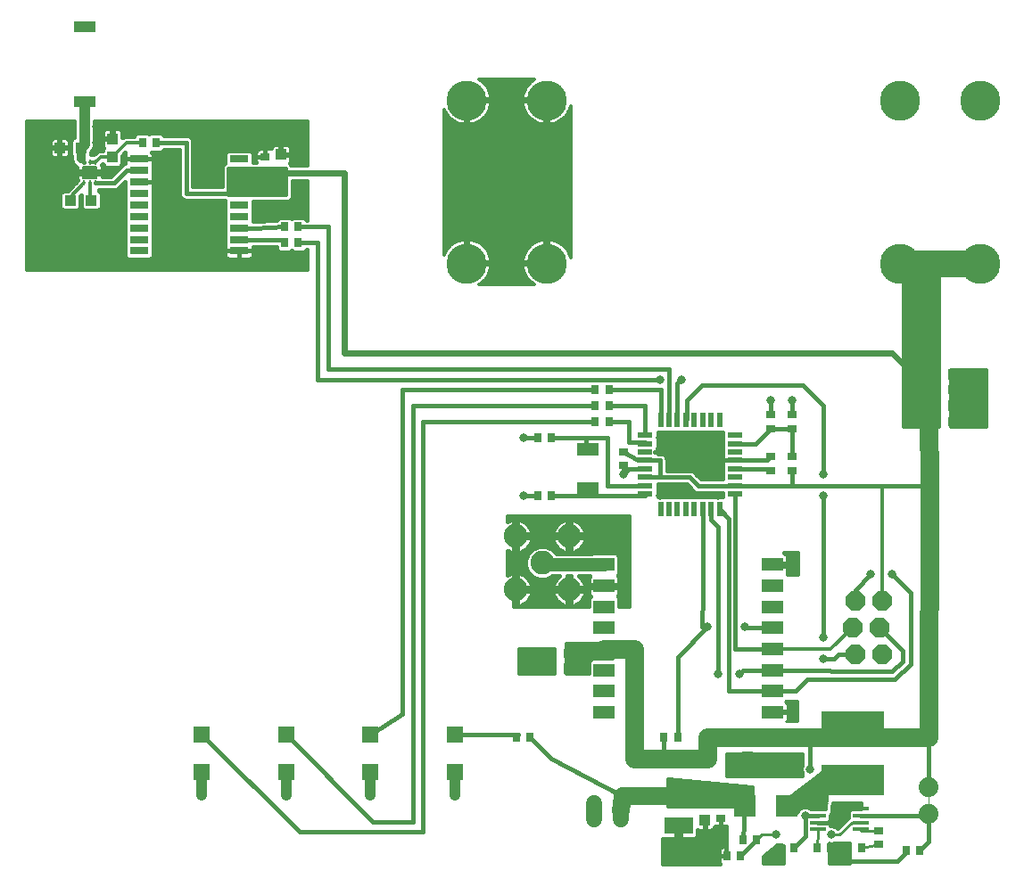
<source format=gtl>
G75*
%MOIN*%
%OFA0B0*%
%FSLAX24Y24*%
%IPPOS*%
%LPD*%
%AMOC8*
5,1,8,0,0,1.08239X$1,22.5*
%
%ADD10R,0.0580X0.0200*%
%ADD11R,0.0200X0.0580*%
%ADD12R,0.0787X0.0394*%
%ADD13R,0.0787X0.0512*%
%ADD14R,0.0709X0.0315*%
%ADD15R,0.0709X0.0276*%
%ADD16C,0.0886*%
%ADD17R,0.0591X0.0591*%
%ADD18R,0.0354X0.0276*%
%ADD19R,0.0276X0.0354*%
%ADD20R,0.0394X0.0394*%
%ADD21R,0.0394X0.0433*%
%ADD22R,0.0433X0.0394*%
%ADD23R,0.1063X0.0630*%
%ADD24C,0.0600*%
%ADD25C,0.1500*%
%ADD26OC8,0.0740*%
%ADD27R,0.0600X0.0180*%
%ADD28R,0.0787X0.0787*%
%ADD29R,0.0110X0.0197*%
%ADD30C,0.0050*%
%ADD31C,0.0740*%
%ADD32R,0.2362X0.1181*%
%ADD33C,0.0160*%
%ADD34C,0.0317*%
%ADD35C,0.0400*%
%ADD36C,0.0100*%
%ADD37C,0.0120*%
%ADD38C,0.1000*%
%ADD39C,0.0240*%
%ADD40C,0.0700*%
%ADD41C,0.0039*%
%ADD42C,0.0500*%
%ADD43C,0.0660*%
%ADD44C,0.0320*%
D10*
X023837Y014269D03*
X023837Y014579D03*
X023837Y014899D03*
X023837Y015209D03*
X023837Y015529D03*
X023837Y015839D03*
X023837Y016159D03*
X023837Y016469D03*
X027177Y016469D03*
X027177Y016159D03*
X027177Y015839D03*
X027177Y015529D03*
X027177Y015209D03*
X027177Y014899D03*
X027177Y014579D03*
X027177Y014269D03*
D11*
X026607Y013699D03*
X026297Y013699D03*
X025977Y013699D03*
X025667Y013699D03*
X025347Y013699D03*
X025037Y013699D03*
X024717Y013699D03*
X024407Y013699D03*
X024407Y017039D03*
X024717Y017039D03*
X025037Y017039D03*
X025347Y017039D03*
X025667Y017039D03*
X025977Y017039D03*
X026297Y017039D03*
X026607Y017039D03*
D12*
X002873Y028961D03*
X002873Y031757D03*
D13*
X021676Y015959D03*
X021676Y014463D03*
X022298Y011629D03*
X022298Y010841D03*
X022298Y010054D03*
X022298Y009267D03*
X022298Y008479D03*
X022298Y007692D03*
X022298Y006904D03*
X022298Y006117D03*
X028597Y006117D03*
X028597Y006904D03*
X028597Y007692D03*
X028597Y008479D03*
X028597Y009267D03*
X028597Y010054D03*
X028597Y010841D03*
X028597Y011629D03*
D14*
X008652Y023786D03*
X008652Y024219D03*
X008652Y024652D03*
X008652Y025085D03*
X008652Y025519D03*
X008652Y025952D03*
X008652Y026385D03*
X004912Y026385D03*
X004912Y025952D03*
X004912Y025519D03*
X004912Y025085D03*
X004912Y024652D03*
X004912Y024219D03*
X004912Y023786D03*
D15*
X004912Y023373D03*
X008652Y023373D03*
X008652Y026798D03*
X004912Y026798D03*
D16*
X018991Y012700D03*
X019991Y011700D03*
X020991Y012700D03*
X020991Y010700D03*
X018991Y010700D03*
D17*
X016715Y005270D03*
X016715Y003893D03*
X013566Y003893D03*
X013566Y005270D03*
X010416Y005270D03*
X010416Y003893D03*
X007267Y003893D03*
X007267Y005270D03*
D18*
X023015Y015349D03*
X023015Y015861D03*
X028526Y015664D03*
X028526Y015152D03*
X029314Y015152D03*
X029314Y015664D03*
X029314Y016727D03*
X029314Y017239D03*
X028526Y017239D03*
X028526Y016727D03*
X026656Y002672D03*
X026656Y002160D03*
X032562Y001688D03*
X032562Y001176D03*
X009629Y026373D03*
X009629Y026885D03*
D19*
X010357Y024267D03*
X010869Y024267D03*
X010869Y023676D03*
X010357Y023676D03*
X005554Y027416D03*
X005042Y027416D03*
X019806Y016393D03*
X020318Y016393D03*
X021971Y016983D03*
X022483Y016983D03*
X022483Y017574D03*
X021971Y017574D03*
X021971Y018164D03*
X022483Y018164D03*
X020318Y014227D03*
X019806Y014227D03*
X020397Y008322D03*
X020908Y008322D03*
X019530Y005172D03*
X019019Y005172D03*
X024530Y005172D03*
X025042Y005172D03*
X027483Y001333D03*
X027995Y001333D03*
X027404Y000743D03*
X026893Y000743D03*
X028861Y001038D03*
X029373Y001038D03*
X030239Y001038D03*
X030751Y001038D03*
X031420Y001038D03*
X031932Y001038D03*
X033586Y000940D03*
X034097Y000940D03*
X034767Y016983D03*
X035278Y016983D03*
X035278Y018164D03*
X034767Y018164D03*
D20*
X003133Y025251D03*
X002345Y025251D03*
X001952Y027219D03*
X002739Y027219D03*
D21*
X003920Y026885D03*
X003920Y027554D03*
X010219Y026963D03*
X010219Y026294D03*
X027641Y005113D03*
X027641Y004444D03*
X026066Y002751D03*
X026066Y002081D03*
D22*
X020987Y007731D03*
X020318Y007731D03*
X034688Y017574D03*
X035357Y017574D03*
X035357Y018755D03*
X034688Y018755D03*
D23*
X029117Y005133D03*
X029117Y004030D03*
X025082Y002967D03*
X025082Y001865D03*
D24*
X022924Y002116D02*
X022924Y002716D01*
X021924Y002716D02*
X021924Y002116D01*
D25*
X020160Y022889D03*
X017168Y022889D03*
X017168Y028991D03*
X020160Y028991D03*
X033349Y028991D03*
X036341Y028991D03*
X036341Y022889D03*
X033349Y022889D03*
D26*
X032676Y010290D03*
X031676Y010290D03*
X031576Y009290D03*
X032576Y009290D03*
X032676Y008290D03*
X031676Y008290D03*
D27*
X031886Y002501D03*
X031886Y002251D03*
X031886Y001991D03*
X031886Y001741D03*
X030286Y001741D03*
X030286Y001991D03*
X030286Y002251D03*
X030286Y002501D03*
D28*
X029117Y002613D03*
X027542Y002613D03*
D29*
X003290Y025900D03*
X003074Y025900D03*
X002857Y025900D03*
X002857Y026688D03*
X003074Y026688D03*
X003290Y026688D03*
D30*
X002810Y026521D02*
X002810Y026067D01*
X002810Y026521D02*
X003338Y026521D01*
X003338Y026067D01*
X002810Y026067D01*
X002810Y026116D02*
X003338Y026116D01*
X003338Y026165D02*
X002810Y026165D01*
X002810Y026214D02*
X003338Y026214D01*
X003338Y026263D02*
X002810Y026263D01*
X002810Y026312D02*
X003338Y026312D01*
X003338Y026361D02*
X002810Y026361D01*
X002810Y026410D02*
X003338Y026410D01*
X003338Y026459D02*
X002810Y026459D01*
X002810Y026508D02*
X003338Y026508D01*
D31*
X034432Y003318D03*
X034432Y002318D03*
D32*
X031578Y003581D03*
X031578Y005581D03*
D33*
X030003Y005172D02*
X030003Y003991D01*
X030841Y002711D02*
X031873Y002711D01*
X031873Y002521D01*
X031511Y002521D01*
X031406Y002415D01*
X031406Y002176D01*
X031015Y001785D01*
X030982Y001817D01*
X030858Y001869D01*
X030766Y001869D01*
X030766Y001905D01*
X030675Y001996D01*
X030766Y002086D01*
X030766Y002261D01*
X030817Y002308D01*
X030818Y002323D01*
X030829Y002335D01*
X030824Y002416D01*
X030841Y002711D01*
X030836Y002628D02*
X031873Y002628D01*
X031886Y002501D02*
X031282Y002501D01*
X031282Y002318D01*
X031406Y002311D02*
X030818Y002311D01*
X030827Y002470D02*
X031460Y002470D01*
X031383Y002153D02*
X030766Y002153D01*
X030677Y001994D02*
X031224Y001994D01*
X031066Y001836D02*
X030937Y001836D01*
X030889Y001924D02*
X030889Y001991D01*
X030286Y001991D01*
X030286Y002251D02*
X029806Y002251D01*
X029806Y001471D01*
X029373Y001038D01*
X027995Y001333D02*
X027404Y000743D01*
X026893Y000743D02*
X026814Y001294D01*
X026853Y001629D01*
X026853Y001677D02*
X025793Y001677D01*
X025799Y001697D02*
X025845Y001685D01*
X026047Y001685D01*
X026047Y002022D01*
X026084Y002022D01*
X026084Y001685D01*
X026286Y001685D01*
X026332Y001697D01*
X026373Y001721D01*
X026407Y001754D01*
X026430Y001795D01*
X026443Y001841D01*
X026443Y001846D01*
X026456Y001842D01*
X026656Y001842D01*
X026656Y002022D01*
X026656Y002022D01*
X026656Y001842D01*
X026853Y001842D01*
X026853Y001100D01*
X026731Y001100D01*
X026685Y001088D01*
X026644Y001064D01*
X026611Y001031D01*
X026587Y000990D01*
X026575Y000944D01*
X026575Y000743D01*
X026853Y000743D01*
X026853Y000743D01*
X026575Y000743D01*
X026575Y000542D01*
X026587Y000496D01*
X026611Y000455D01*
X026618Y000448D01*
X024491Y000448D01*
X024491Y001379D01*
X024526Y001370D01*
X025004Y001370D01*
X025004Y001787D01*
X025159Y001787D01*
X025159Y001370D01*
X025637Y001370D01*
X025683Y001382D01*
X025724Y001406D01*
X025757Y001439D01*
X025781Y001481D01*
X025793Y001526D01*
X025793Y001701D01*
X025799Y001697D01*
X025791Y001519D02*
X026853Y001519D01*
X026853Y001360D02*
X024491Y001360D01*
X024491Y001202D02*
X026853Y001202D01*
X026623Y001043D02*
X024491Y001043D01*
X024491Y000885D02*
X026575Y000885D01*
X026575Y000726D02*
X024491Y000726D01*
X024491Y000568D02*
X026575Y000568D01*
X027483Y001333D02*
X027542Y002613D01*
X027837Y002613D02*
X024688Y002613D01*
X024688Y003597D01*
X027837Y003302D01*
X027837Y002613D01*
X027837Y002628D02*
X024688Y002628D01*
X024688Y002787D02*
X027837Y002787D01*
X027837Y002945D02*
X024688Y002945D01*
X024688Y003104D02*
X027837Y003104D01*
X027837Y003262D02*
X024688Y003262D01*
X024688Y003421D02*
X026570Y003421D01*
X026656Y001994D02*
X026656Y001994D01*
X026853Y001836D02*
X026441Y001836D01*
X026084Y001836D02*
X026047Y001836D01*
X026047Y001994D02*
X026084Y001994D01*
X025159Y001677D02*
X025004Y001677D01*
X025004Y001519D02*
X025159Y001519D01*
X022983Y002967D02*
X020326Y004377D01*
X019530Y005172D01*
X019078Y005270D02*
X016715Y005270D01*
X014747Y006058D02*
X014747Y018164D01*
X021971Y018164D01*
X022483Y018164D02*
X024407Y018164D01*
X024407Y017039D01*
X024717Y017039D02*
X024717Y018952D01*
X011991Y018952D01*
X011991Y024267D01*
X010869Y024267D01*
X011178Y024527D02*
X011081Y024624D01*
X010657Y024624D01*
X010613Y024580D01*
X010570Y024624D01*
X010145Y024624D01*
X010039Y024518D01*
X010039Y024514D01*
X009218Y024479D01*
X009187Y024479D01*
X009187Y025208D01*
X010464Y025208D01*
X010552Y025244D01*
X010620Y025312D01*
X010656Y025400D01*
X010656Y025994D01*
X011204Y025994D01*
X011204Y024527D01*
X011178Y024527D01*
X011204Y024660D02*
X009187Y024660D01*
X009187Y024818D02*
X011204Y024818D01*
X011204Y024977D02*
X009187Y024977D01*
X009187Y025135D02*
X011204Y025135D01*
X011204Y025294D02*
X010602Y025294D01*
X010656Y025452D02*
X011204Y025452D01*
X011204Y025611D02*
X010656Y025611D01*
X010656Y025769D02*
X011204Y025769D01*
X011204Y025928D02*
X010656Y025928D01*
X010593Y026594D02*
X010556Y026632D01*
X010560Y026636D01*
X010584Y026677D01*
X010596Y026723D01*
X010596Y026945D01*
X010238Y026945D01*
X010238Y026982D01*
X010201Y026982D01*
X010201Y027360D01*
X009999Y027360D01*
X009953Y027348D01*
X009912Y027324D01*
X009878Y027290D01*
X009855Y027249D01*
X009843Y027204D01*
X009843Y027199D01*
X009830Y027202D01*
X009629Y027202D01*
X009629Y026885D01*
X009629Y026885D01*
X009629Y027202D01*
X009428Y027202D01*
X009382Y027190D01*
X009341Y027166D01*
X009308Y027133D01*
X009284Y027092D01*
X009272Y027046D01*
X009272Y026885D01*
X009629Y026885D01*
X009629Y026885D01*
X009272Y026885D01*
X009272Y026723D01*
X009284Y026677D01*
X009287Y026672D01*
X009187Y026672D01*
X009187Y027010D01*
X009081Y027116D01*
X008224Y027116D01*
X008118Y027010D01*
X008118Y026637D01*
X008115Y026635D01*
X008047Y026568D01*
X008011Y026480D01*
X008011Y025779D01*
X006936Y025779D01*
X006936Y027468D01*
X006896Y027563D01*
X006823Y027637D01*
X006728Y027676D01*
X005864Y027676D01*
X005766Y027773D01*
X005342Y027773D01*
X005298Y027730D01*
X005255Y027773D01*
X004830Y027773D01*
X004724Y027668D01*
X004724Y027656D01*
X004404Y027656D01*
X004316Y027620D01*
X004297Y027601D01*
X004297Y027794D01*
X004285Y027840D01*
X004261Y027881D01*
X004228Y027915D01*
X004186Y027938D01*
X004141Y027950D01*
X003939Y027950D01*
X003939Y027572D01*
X003902Y027572D01*
X003902Y027536D01*
X003543Y027536D01*
X003543Y027314D01*
X003556Y027268D01*
X003579Y027227D01*
X003587Y027219D01*
X003543Y027176D01*
X003543Y027125D01*
X003439Y027125D01*
X003351Y027088D01*
X003284Y027021D01*
X003229Y026966D01*
X003116Y026966D01*
X003116Y027059D01*
X003195Y027138D01*
X003253Y027278D01*
X003253Y028204D01*
X011204Y028204D01*
X011204Y026594D01*
X010593Y026594D01*
X010595Y026720D02*
X011204Y026720D01*
X011204Y026879D02*
X010596Y026879D01*
X010596Y026982D02*
X010596Y027204D01*
X010584Y027249D01*
X010560Y027290D01*
X010527Y027324D01*
X010486Y027348D01*
X010440Y027360D01*
X010238Y027360D01*
X010238Y026982D01*
X010596Y026982D01*
X010596Y027037D02*
X011204Y027037D01*
X011204Y027196D02*
X010596Y027196D01*
X010461Y027354D02*
X011204Y027354D01*
X011204Y027513D02*
X006917Y027513D01*
X006936Y027354D02*
X009978Y027354D01*
X010201Y027354D02*
X010238Y027354D01*
X010238Y027196D02*
X010201Y027196D01*
X010201Y027037D02*
X010238Y027037D01*
X009629Y027037D02*
X009629Y027037D01*
X009629Y027196D02*
X009629Y027196D01*
X009403Y027196D02*
X006936Y027196D01*
X006936Y027037D02*
X008145Y027037D01*
X008118Y026879D02*
X006936Y026879D01*
X006936Y026720D02*
X008118Y026720D01*
X008045Y026562D02*
X006936Y026562D01*
X006936Y026403D02*
X008011Y026403D01*
X008011Y026245D02*
X006936Y026245D01*
X006936Y026086D02*
X008011Y026086D01*
X008011Y025928D02*
X006936Y025928D01*
X006416Y025928D02*
X005447Y025928D01*
X005447Y025952D02*
X004912Y025952D01*
X005447Y025952D01*
X005447Y026133D01*
X005442Y026148D01*
X005447Y026153D01*
X005447Y026617D01*
X005442Y026621D01*
X005447Y026637D01*
X005447Y026798D01*
X005447Y026960D01*
X005434Y027005D01*
X005411Y027046D01*
X005398Y027059D01*
X005766Y027059D01*
X005864Y027156D01*
X006416Y027156D01*
X006416Y025467D01*
X006456Y025371D01*
X006529Y025298D01*
X006624Y025259D01*
X008101Y025259D01*
X008115Y025244D01*
X008118Y025243D01*
X008118Y023554D01*
X008122Y023550D01*
X008118Y023534D01*
X008118Y023373D01*
X008652Y023373D01*
X008652Y023373D01*
X008118Y023373D01*
X008118Y023211D01*
X008130Y023166D01*
X008154Y023125D01*
X008188Y023091D01*
X008229Y023067D01*
X008274Y023055D01*
X008652Y023055D01*
X008652Y023373D01*
X008652Y023373D01*
X009187Y023373D01*
X009187Y023526D01*
X010039Y023526D01*
X010039Y023424D01*
X010145Y023319D01*
X010570Y023319D01*
X010613Y023362D01*
X010657Y023319D01*
X011081Y023319D01*
X011178Y023416D01*
X011204Y023416D01*
X011204Y022692D01*
X000714Y022692D01*
X000714Y028204D01*
X002493Y028204D01*
X002493Y027596D01*
X002468Y027596D01*
X002362Y027491D01*
X002362Y027302D01*
X002359Y027295D01*
X002359Y027144D01*
X002362Y027136D01*
X002362Y026948D01*
X002399Y026911D01*
X002399Y026738D01*
X002451Y026613D01*
X002546Y026518D01*
X002604Y026494D01*
X002604Y026340D01*
X003028Y026340D01*
X003028Y026248D01*
X002604Y026248D01*
X002604Y026040D01*
X002616Y025998D01*
X002245Y025628D01*
X002074Y025628D01*
X001969Y025522D01*
X001969Y024979D01*
X002074Y024874D01*
X002617Y024874D01*
X002722Y024979D01*
X002722Y025426D01*
X002756Y025460D01*
X002756Y024979D01*
X002861Y024874D01*
X003404Y024874D01*
X003510Y024979D01*
X003510Y025522D01*
X003410Y025622D01*
X003420Y025622D01*
X003438Y025640D01*
X004031Y025640D01*
X004126Y025680D01*
X004378Y025931D01*
X004378Y025770D01*
X004382Y025755D01*
X004378Y025751D01*
X004378Y023160D01*
X004483Y023055D01*
X005341Y023055D01*
X005447Y023160D01*
X005447Y025751D01*
X005442Y025755D01*
X005447Y025770D01*
X005447Y025952D01*
X005447Y026086D02*
X006416Y026086D01*
X006416Y026245D02*
X005447Y026245D01*
X005447Y026403D02*
X006416Y026403D01*
X006416Y026562D02*
X005447Y026562D01*
X005447Y026720D02*
X006416Y026720D01*
X006416Y026879D02*
X005447Y026879D01*
X005447Y026798D02*
X004912Y026798D01*
X004378Y026798D01*
X004378Y026637D01*
X004379Y026631D01*
X004316Y026605D01*
X004243Y026532D01*
X003872Y026160D01*
X003543Y026160D01*
X003543Y026248D01*
X003120Y026248D01*
X003120Y026340D01*
X003543Y026340D01*
X003543Y026548D01*
X003532Y026590D01*
X003543Y026601D01*
X003543Y026594D01*
X003649Y026488D01*
X004192Y026488D01*
X004297Y026594D01*
X004297Y026922D01*
X004404Y027029D01*
X004390Y027005D01*
X004378Y026960D01*
X004378Y026798D01*
X004912Y026798D01*
X004912Y026798D01*
X004912Y026798D01*
X005447Y026798D01*
X005416Y027037D02*
X006416Y027037D01*
X006676Y027416D02*
X005554Y027416D01*
X004728Y027671D02*
X004297Y027671D01*
X004287Y027830D02*
X011204Y027830D01*
X011204Y027988D02*
X003253Y027988D01*
X003253Y027830D02*
X003553Y027830D01*
X003556Y027840D02*
X003543Y027794D01*
X003543Y027572D01*
X003902Y027572D01*
X003902Y027950D01*
X003700Y027950D01*
X003654Y027938D01*
X003613Y027915D01*
X003579Y027881D01*
X003556Y027840D01*
X003543Y027671D02*
X003253Y027671D01*
X003253Y027513D02*
X003543Y027513D01*
X003543Y027354D02*
X003253Y027354D01*
X003219Y027196D02*
X003563Y027196D01*
X003300Y027037D02*
X003116Y027037D01*
X002857Y026688D02*
X002739Y026806D01*
X002502Y026562D02*
X000714Y026562D01*
X000714Y026720D02*
X002406Y026720D01*
X002399Y026879D02*
X002259Y026879D01*
X002259Y026878D02*
X002293Y026912D01*
X002316Y026953D01*
X002329Y026999D01*
X002329Y027201D01*
X001970Y027201D01*
X001970Y027238D01*
X001933Y027238D01*
X001933Y027596D01*
X001731Y027596D01*
X001685Y027584D01*
X001644Y027560D01*
X001611Y027527D01*
X001587Y027486D01*
X001575Y027440D01*
X001575Y027238D01*
X001933Y027238D01*
X001933Y027201D01*
X001575Y027201D01*
X001575Y026999D01*
X001587Y026953D01*
X001611Y026912D01*
X001644Y026878D01*
X001685Y026855D01*
X001731Y026842D01*
X001933Y026842D01*
X001933Y027201D01*
X001970Y027201D01*
X001970Y026842D01*
X002172Y026842D01*
X002218Y026855D01*
X002259Y026878D01*
X002329Y027037D02*
X002362Y027037D01*
X002359Y027196D02*
X002329Y027196D01*
X002329Y027238D02*
X002329Y027440D01*
X002316Y027486D01*
X002293Y027527D01*
X002259Y027560D01*
X002218Y027584D01*
X002172Y027596D01*
X001970Y027596D01*
X001970Y027238D01*
X002329Y027238D01*
X002329Y027354D02*
X002362Y027354D01*
X002384Y027513D02*
X002301Y027513D01*
X002493Y027671D02*
X000714Y027671D01*
X000714Y027513D02*
X001603Y027513D01*
X001575Y027354D02*
X000714Y027354D01*
X000714Y027196D02*
X001575Y027196D01*
X001575Y027037D02*
X000714Y027037D01*
X000714Y026879D02*
X001644Y026879D01*
X001933Y026879D02*
X001970Y026879D01*
X001970Y027037D02*
X001933Y027037D01*
X001933Y027196D02*
X001970Y027196D01*
X001970Y027354D02*
X001933Y027354D01*
X001933Y027513D02*
X001970Y027513D01*
X002493Y027830D02*
X000714Y027830D01*
X000714Y027988D02*
X002493Y027988D01*
X002493Y028147D02*
X000714Y028147D01*
X000714Y026403D02*
X002604Y026403D01*
X002604Y026245D02*
X000714Y026245D01*
X000714Y026086D02*
X002604Y026086D01*
X002545Y025928D02*
X000714Y025928D01*
X000714Y025769D02*
X002387Y025769D01*
X002057Y025611D02*
X000714Y025611D01*
X000714Y025452D02*
X001969Y025452D01*
X001969Y025294D02*
X000714Y025294D01*
X000714Y025135D02*
X001969Y025135D01*
X001971Y024977D02*
X000714Y024977D01*
X000714Y024818D02*
X004378Y024818D01*
X004378Y024660D02*
X000714Y024660D01*
X000714Y024501D02*
X004378Y024501D01*
X004378Y024343D02*
X000714Y024343D01*
X000714Y024184D02*
X004378Y024184D01*
X004378Y024026D02*
X000714Y024026D01*
X000714Y023867D02*
X004378Y023867D01*
X004378Y023709D02*
X000714Y023709D01*
X000714Y023550D02*
X004378Y023550D01*
X004378Y023392D02*
X000714Y023392D01*
X000714Y023233D02*
X004378Y023233D01*
X004464Y023075D02*
X000714Y023075D01*
X000714Y022916D02*
X011204Y022916D01*
X011204Y022758D02*
X000714Y022758D01*
X002720Y024977D02*
X002758Y024977D01*
X002756Y025135D02*
X002722Y025135D01*
X002722Y025294D02*
X002756Y025294D01*
X002749Y025452D02*
X002756Y025452D01*
X003421Y025611D02*
X004378Y025611D01*
X004378Y025769D02*
X004216Y025769D01*
X004374Y025928D02*
X004378Y025928D01*
X003979Y025900D02*
X004463Y026385D01*
X004912Y026385D01*
X004912Y025952D02*
X004912Y025952D01*
X005446Y025769D02*
X006416Y025769D01*
X006416Y025611D02*
X005447Y025611D01*
X005447Y025452D02*
X006422Y025452D01*
X006539Y025294D02*
X005447Y025294D01*
X005447Y025135D02*
X008118Y025135D01*
X008118Y024977D02*
X005447Y024977D01*
X005447Y024818D02*
X008118Y024818D01*
X008118Y024660D02*
X005447Y024660D01*
X005447Y024501D02*
X008118Y024501D01*
X008118Y024343D02*
X005447Y024343D01*
X005447Y024184D02*
X008118Y024184D01*
X008118Y024026D02*
X005447Y024026D01*
X005447Y023867D02*
X008118Y023867D01*
X008118Y023709D02*
X005447Y023709D01*
X005447Y023550D02*
X008122Y023550D01*
X008118Y023392D02*
X005447Y023392D01*
X005447Y023233D02*
X008118Y023233D01*
X008216Y023075D02*
X005361Y023075D01*
X004378Y024977D02*
X003507Y024977D01*
X003510Y025135D02*
X004378Y025135D01*
X004378Y025294D02*
X003510Y025294D01*
X003510Y025452D02*
X004378Y025452D01*
X003979Y025900D02*
X003290Y025900D01*
X003543Y026245D02*
X003956Y026245D01*
X004114Y026403D02*
X003543Y026403D01*
X003539Y026562D02*
X003575Y026562D01*
X004265Y026562D02*
X004273Y026562D01*
X004297Y026720D02*
X004378Y026720D01*
X004378Y026879D02*
X004297Y026879D01*
X003939Y027671D02*
X003902Y027671D01*
X003902Y027830D02*
X003939Y027830D01*
X003253Y028147D02*
X011204Y028147D01*
X011204Y027671D02*
X006739Y027671D01*
X006676Y027416D02*
X006676Y025519D01*
X008652Y025519D01*
X009187Y024501D02*
X009747Y024501D01*
X009223Y024219D02*
X010357Y024267D01*
X010247Y023786D02*
X010357Y023676D01*
X010247Y023786D02*
X008652Y023786D01*
X008652Y023373D02*
X008652Y023373D01*
X008652Y023055D01*
X009030Y023055D01*
X009076Y023067D01*
X009117Y023091D01*
X009151Y023125D01*
X009175Y023166D01*
X009187Y023211D01*
X009187Y023373D01*
X008652Y023373D01*
X008652Y023233D02*
X008652Y023233D01*
X008652Y023075D02*
X008652Y023075D01*
X009089Y023075D02*
X011204Y023075D01*
X011204Y023233D02*
X009187Y023233D01*
X009187Y023392D02*
X010072Y023392D01*
X010869Y023676D02*
X011597Y023676D01*
X011597Y018558D01*
X024393Y018558D01*
X025037Y018415D02*
X025180Y018558D01*
X025037Y018415D02*
X025037Y017039D01*
X025347Y017039D02*
X025377Y017069D01*
X025377Y017770D01*
X025967Y018361D01*
X029708Y018361D01*
X030495Y017574D01*
X030495Y015015D01*
X030495Y014227D02*
X030495Y008912D01*
X030495Y008125D02*
X030889Y008125D01*
X031054Y008290D01*
X031676Y008290D01*
X030790Y007633D02*
X033054Y007633D01*
X033448Y008026D01*
X033448Y008419D01*
X032576Y009290D01*
X031676Y010290D02*
X031676Y010684D01*
X032267Y011274D01*
X033054Y011274D02*
X033743Y010585D01*
X033743Y007928D01*
X033152Y007337D01*
X029904Y007337D01*
X029471Y006904D01*
X028597Y006904D01*
X026952Y006904D01*
X026952Y013354D01*
X026607Y013699D01*
X026297Y013699D02*
X026297Y013307D01*
X026558Y013046D01*
X026558Y007534D01*
X027345Y007534D02*
X027503Y007692D01*
X028597Y007692D01*
X030731Y007692D01*
X030790Y007633D01*
X028597Y008479D02*
X027177Y008479D01*
X027177Y014269D01*
X027177Y014579D02*
X025813Y014579D01*
X025493Y014899D01*
X023837Y014899D01*
X024393Y014899D01*
X024393Y015529D01*
X023837Y015529D01*
X023544Y015529D01*
X023015Y015861D01*
X023211Y016196D02*
X023837Y016196D01*
X023837Y016159D01*
X023837Y016469D02*
X023837Y017574D01*
X022483Y017574D01*
X021971Y017574D02*
X015141Y017574D01*
X015141Y002022D01*
X013664Y002022D01*
X010416Y005270D01*
X007267Y005270D02*
X010908Y001629D01*
X015534Y001629D01*
X015534Y016983D01*
X021971Y016983D01*
X022483Y016983D02*
X023211Y016983D01*
X023211Y016196D01*
X022424Y016393D02*
X022424Y014579D01*
X023837Y014579D01*
X023837Y014269D02*
X023837Y014227D01*
X021637Y014227D01*
X021637Y014424D01*
X021676Y014463D01*
X021637Y014227D02*
X020318Y014227D01*
X019806Y014227D02*
X019274Y014227D01*
X019137Y013307D02*
X019059Y013320D01*
X019059Y012767D01*
X019611Y012767D01*
X019599Y012845D01*
X019568Y012939D01*
X019524Y013026D01*
X019466Y013105D01*
X019397Y013175D01*
X019318Y013232D01*
X019230Y013277D01*
X019137Y013307D01*
X019059Y013248D02*
X018923Y013248D01*
X018923Y013320D02*
X018923Y012767D01*
X018923Y012632D01*
X018684Y012632D01*
X018684Y012767D01*
X018923Y012767D01*
X019059Y012767D01*
X019059Y012632D01*
X019611Y012632D01*
X019599Y012554D01*
X019568Y012460D01*
X019524Y012373D01*
X019466Y012294D01*
X019397Y012224D01*
X019318Y012167D01*
X019230Y012122D01*
X019137Y012092D01*
X019059Y012080D01*
X019059Y012632D01*
X018923Y012632D01*
X018923Y012080D01*
X018845Y012092D01*
X018752Y012122D01*
X018684Y012157D01*
X018684Y011242D01*
X018752Y011277D01*
X018845Y011307D01*
X018923Y011320D01*
X018923Y010767D01*
X018923Y010632D01*
X018684Y010632D01*
X018684Y010767D01*
X018923Y010767D01*
X019059Y010767D01*
X019611Y010767D01*
X019599Y010845D01*
X019568Y010939D01*
X019524Y011026D01*
X019466Y011105D01*
X019397Y011175D01*
X019318Y011232D01*
X019230Y011277D01*
X019137Y011307D01*
X019059Y011320D01*
X019059Y010767D01*
X019059Y010632D01*
X019611Y010632D01*
X019599Y010554D01*
X019568Y010460D01*
X019524Y010373D01*
X019466Y010294D01*
X019397Y010224D01*
X019318Y010167D01*
X019230Y010122D01*
X019141Y010093D01*
X020841Y010093D01*
X020752Y010122D01*
X020665Y010167D01*
X020585Y010224D01*
X020516Y010294D01*
X020458Y010373D01*
X020414Y010460D01*
X020383Y010554D01*
X020371Y010632D01*
X020923Y010632D01*
X020923Y010767D01*
X020371Y010767D01*
X020383Y010845D01*
X020414Y010939D01*
X020458Y011026D01*
X020516Y011105D01*
X020585Y011175D01*
X020618Y011199D01*
X020371Y011199D01*
X020344Y011172D01*
X020115Y011077D01*
X019867Y011077D01*
X019638Y011172D01*
X019463Y011347D01*
X019368Y011576D01*
X019368Y011824D01*
X019463Y012052D01*
X019638Y012228D01*
X019867Y012323D01*
X020115Y012323D01*
X020344Y012228D01*
X020513Y012059D01*
X021824Y012059D01*
X021830Y012065D01*
X022766Y012065D01*
X022872Y011959D01*
X022872Y011298D01*
X022809Y011235D01*
X022836Y011208D01*
X022860Y011167D01*
X022872Y011121D01*
X022872Y010889D01*
X022346Y010889D01*
X022346Y010793D01*
X022872Y010793D01*
X022872Y010562D01*
X022860Y010516D01*
X022836Y010475D01*
X022809Y010448D01*
X022872Y010384D01*
X022872Y010093D01*
X023211Y010093D01*
X023211Y013440D01*
X018684Y013440D01*
X018684Y013242D01*
X018752Y013277D01*
X018845Y013307D01*
X018923Y013320D01*
X018923Y013089D02*
X019059Y013089D01*
X019059Y012931D02*
X018923Y012931D01*
X018923Y012772D02*
X019059Y012772D01*
X019059Y012614D02*
X018923Y012614D01*
X018923Y012455D02*
X019059Y012455D01*
X019059Y012297D02*
X018923Y012297D01*
X018923Y012138D02*
X019059Y012138D01*
X019261Y012138D02*
X019549Y012138D01*
X019468Y012297D02*
X019805Y012297D01*
X019566Y012455D02*
X020416Y012455D01*
X020414Y012460D02*
X020458Y012373D01*
X020516Y012294D01*
X020585Y012224D01*
X020665Y012167D01*
X020752Y012122D01*
X020845Y012092D01*
X020923Y012080D01*
X020923Y012632D01*
X020371Y012632D01*
X020383Y012554D01*
X020414Y012460D01*
X020374Y012614D02*
X019608Y012614D01*
X019610Y012772D02*
X020372Y012772D01*
X020371Y012767D02*
X020923Y012767D01*
X020923Y012632D01*
X021059Y012632D01*
X021059Y012767D01*
X021611Y012767D01*
X021599Y012845D01*
X021568Y012939D01*
X021524Y013026D01*
X021466Y013105D01*
X021397Y013175D01*
X021318Y013232D01*
X021230Y013277D01*
X021137Y013307D01*
X021059Y013320D01*
X021059Y012767D01*
X020923Y012767D01*
X020923Y013320D01*
X020845Y013307D01*
X020752Y013277D01*
X020665Y013232D01*
X020585Y013175D01*
X020516Y013105D01*
X020458Y013026D01*
X020414Y012939D01*
X020383Y012845D01*
X020371Y012767D01*
X020411Y012931D02*
X019571Y012931D01*
X019478Y013089D02*
X020504Y013089D01*
X020695Y013248D02*
X019287Y013248D01*
X018695Y013248D02*
X018684Y013248D01*
X018684Y013406D02*
X023211Y013406D01*
X023211Y013248D02*
X021287Y013248D01*
X021059Y013248D02*
X020923Y013248D01*
X020923Y013089D02*
X021059Y013089D01*
X021059Y012931D02*
X020923Y012931D01*
X020923Y012772D02*
X021059Y012772D01*
X021059Y012632D02*
X021611Y012632D01*
X021599Y012554D01*
X021568Y012460D01*
X021524Y012373D01*
X021466Y012294D01*
X021397Y012224D01*
X021318Y012167D01*
X021230Y012122D01*
X021137Y012092D01*
X021059Y012080D01*
X021059Y012632D01*
X021059Y012614D02*
X020923Y012614D01*
X020923Y012455D02*
X021059Y012455D01*
X021059Y012297D02*
X020923Y012297D01*
X020923Y012138D02*
X021059Y012138D01*
X021261Y012138D02*
X023211Y012138D01*
X023211Y011980D02*
X022851Y011980D01*
X022872Y011821D02*
X023211Y011821D01*
X023211Y011663D02*
X022872Y011663D01*
X022872Y011504D02*
X023211Y011504D01*
X023211Y011346D02*
X022872Y011346D01*
X022848Y011187D02*
X023211Y011187D01*
X023211Y011029D02*
X022872Y011029D01*
X022872Y010712D02*
X023211Y010712D01*
X023211Y010870D02*
X022346Y010870D01*
X022250Y010870D02*
X021591Y010870D01*
X021599Y010845D02*
X021568Y010939D01*
X021524Y011026D01*
X021466Y011105D01*
X021397Y011175D01*
X021364Y011199D01*
X021755Y011199D01*
X021737Y011167D01*
X021724Y011121D01*
X021724Y010889D01*
X022250Y010889D01*
X022250Y010793D01*
X021724Y010793D01*
X021724Y010562D01*
X021737Y010516D01*
X021760Y010475D01*
X021788Y010448D01*
X021724Y010384D01*
X021724Y010093D01*
X021141Y010093D01*
X021230Y010122D01*
X021318Y010167D01*
X021397Y010224D01*
X021466Y010294D01*
X021524Y010373D01*
X021568Y010460D01*
X021599Y010554D01*
X021611Y010632D01*
X021059Y010632D01*
X021059Y010767D01*
X021611Y010767D01*
X021599Y010845D01*
X021724Y010712D02*
X021059Y010712D01*
X021059Y010767D02*
X021059Y011199D01*
X020923Y011199D01*
X020923Y010767D01*
X021059Y010767D01*
X021059Y010870D02*
X020923Y010870D01*
X020923Y010712D02*
X019059Y010712D01*
X019059Y010632D02*
X019059Y010093D01*
X018923Y010093D01*
X018923Y010632D01*
X019059Y010632D01*
X019059Y010553D02*
X018923Y010553D01*
X018923Y010395D02*
X019059Y010395D01*
X019059Y010236D02*
X018923Y010236D01*
X019409Y010236D02*
X020573Y010236D01*
X020447Y010395D02*
X019535Y010395D01*
X019598Y010553D02*
X020384Y010553D01*
X020392Y010870D02*
X019591Y010870D01*
X019522Y011029D02*
X020460Y011029D01*
X020360Y011187D02*
X020603Y011187D01*
X020923Y011187D02*
X021059Y011187D01*
X021059Y011029D02*
X020923Y011029D01*
X021380Y011187D02*
X021749Y011187D01*
X021724Y011029D02*
X021522Y011029D01*
X021598Y010553D02*
X021727Y010553D01*
X021735Y010395D02*
X021535Y010395D01*
X021409Y010236D02*
X021724Y010236D01*
X021059Y010236D02*
X020923Y010236D01*
X020923Y010093D02*
X020923Y010632D01*
X021059Y010632D01*
X021059Y010093D01*
X020923Y010093D01*
X020923Y010395D02*
X021059Y010395D01*
X021059Y010553D02*
X020923Y010553D01*
X019622Y011187D02*
X019380Y011187D01*
X019464Y011346D02*
X018684Y011346D01*
X018684Y011504D02*
X019398Y011504D01*
X019368Y011663D02*
X018684Y011663D01*
X018684Y011821D02*
X019368Y011821D01*
X019433Y011980D02*
X018684Y011980D01*
X018684Y012138D02*
X018721Y012138D01*
X018923Y011187D02*
X019059Y011187D01*
X019059Y011029D02*
X018923Y011029D01*
X018923Y010870D02*
X019059Y010870D01*
X018923Y010712D02*
X018684Y010712D01*
X020433Y012138D02*
X020721Y012138D01*
X020514Y012297D02*
X020177Y012297D01*
X021468Y012297D02*
X023211Y012297D01*
X023211Y012455D02*
X021566Y012455D01*
X021608Y012614D02*
X023211Y012614D01*
X023211Y012772D02*
X021610Y012772D01*
X021571Y012931D02*
X023211Y012931D01*
X023211Y013089D02*
X021478Y013089D01*
X023015Y015015D02*
X023211Y015209D01*
X023015Y015209D01*
X023015Y015349D01*
X023211Y015209D02*
X023837Y015209D01*
X023839Y015211D01*
X024307Y015789D02*
X024307Y015839D01*
X024307Y015963D01*
X024302Y015980D01*
X024307Y015984D01*
X024307Y016569D01*
X026707Y016569D01*
X026707Y015664D01*
X026709Y015662D01*
X026707Y015653D01*
X026707Y015529D01*
X026952Y015529D01*
X026952Y015529D01*
X026707Y015529D01*
X026707Y015405D01*
X026711Y015388D01*
X026707Y015383D01*
X026707Y014839D01*
X025920Y014839D01*
X025713Y015046D01*
X025640Y015119D01*
X025544Y015159D01*
X024653Y015159D01*
X024653Y015581D01*
X024613Y015676D01*
X024540Y015749D01*
X024444Y015789D01*
X024307Y015789D01*
X024307Y015839D02*
X024196Y015839D01*
X024307Y015839D01*
X024307Y015942D02*
X026707Y015942D01*
X026707Y015784D02*
X024457Y015784D01*
X024634Y015625D02*
X026707Y015625D01*
X026707Y015467D02*
X024653Y015467D01*
X024653Y015308D02*
X026707Y015308D01*
X026707Y015150D02*
X025566Y015150D01*
X025768Y014991D02*
X026707Y014991D01*
X027177Y015209D02*
X028470Y015209D01*
X028526Y015152D01*
X028391Y015529D02*
X027177Y015529D01*
X027177Y016159D02*
X027958Y016159D01*
X028526Y016727D01*
X029314Y016727D01*
X029314Y015664D01*
X029314Y015152D02*
X029314Y014579D01*
X032660Y014579D01*
X034426Y014579D01*
X034471Y014625D01*
X029511Y012062D02*
X029511Y011274D01*
X029142Y011274D01*
X029159Y011303D01*
X029171Y011349D01*
X029171Y011581D01*
X028645Y011581D01*
X028645Y011677D01*
X029171Y011677D01*
X029171Y011908D01*
X029159Y011954D01*
X029135Y011995D01*
X029102Y012029D01*
X029061Y012052D01*
X029025Y012062D01*
X029511Y012062D01*
X029511Y011980D02*
X029144Y011980D01*
X029171Y011821D02*
X029511Y011821D01*
X029511Y011663D02*
X028645Y011663D01*
X029171Y011504D02*
X029511Y011504D01*
X029511Y011346D02*
X029170Y011346D01*
X028597Y009267D02*
X027582Y009267D01*
X027542Y009306D01*
X026164Y009306D02*
X025042Y008184D01*
X025042Y005172D01*
X024530Y005172D02*
X024530Y004522D01*
X024393Y004385D01*
X024688Y003579D02*
X024879Y003579D01*
X019078Y005270D02*
X019019Y005172D01*
X014747Y006058D02*
X013566Y005270D01*
X022872Y010236D02*
X023211Y010236D01*
X023211Y010395D02*
X022861Y010395D01*
X022870Y010553D02*
X023211Y010553D01*
X025977Y010496D02*
X025967Y009306D01*
X026164Y009306D01*
X025977Y010496D02*
X025977Y013699D01*
X025761Y014319D02*
X026707Y014319D01*
X026707Y014169D01*
X024307Y014169D01*
X024307Y014639D01*
X025385Y014639D01*
X025665Y014358D01*
X025761Y014319D01*
X025668Y014357D02*
X024307Y014357D01*
X024307Y014199D02*
X026707Y014199D01*
X027177Y014579D02*
X029314Y014579D01*
X028391Y015529D02*
X028526Y015664D01*
X026707Y016101D02*
X024307Y016101D01*
X024307Y016259D02*
X026707Y016259D01*
X026707Y016418D02*
X024307Y016418D01*
X024196Y015839D02*
X024196Y015839D01*
X022424Y016393D02*
X021637Y016393D01*
X021637Y015999D01*
X021676Y015959D01*
X021637Y016393D02*
X020318Y016393D01*
X019806Y016393D02*
X019274Y016393D01*
X024307Y014516D02*
X025508Y014516D01*
X028526Y017239D02*
X028526Y017770D01*
X029314Y017770D02*
X029314Y017239D01*
X034432Y005172D02*
X034432Y003318D01*
X034432Y002318D02*
X034432Y001274D01*
X034097Y000940D01*
X033586Y000940D02*
X033586Y000881D01*
X033251Y000546D01*
X031381Y000546D01*
X031282Y000644D01*
X031886Y002251D02*
X032397Y002251D01*
X031886Y002251D02*
X034365Y002251D01*
X034432Y002318D01*
X011204Y023392D02*
X011154Y023392D01*
X009223Y024219D02*
X008652Y024219D01*
X009187Y026720D02*
X009272Y026720D01*
X009272Y026879D02*
X009187Y026879D01*
X009160Y027037D02*
X009272Y027037D01*
D34*
X007267Y003007D03*
X010416Y003007D03*
X013566Y003007D03*
X016715Y003007D03*
X019274Y007731D03*
X019274Y008322D03*
X019865Y008322D03*
X019865Y007731D03*
X023015Y010290D03*
X023015Y010684D03*
X023015Y011078D03*
X023015Y011471D03*
X023015Y011865D03*
X023015Y012259D03*
X022621Y012259D03*
X022227Y012259D03*
X021834Y012259D03*
X022818Y013046D03*
X024393Y014227D03*
X023015Y015015D03*
X024393Y016393D03*
X026558Y016393D03*
X028526Y017770D03*
X029314Y017770D03*
X030495Y015015D03*
X030495Y014227D03*
X029314Y011865D03*
X029314Y011471D03*
X027542Y009306D03*
X026164Y009306D03*
X026558Y007534D03*
X027345Y007534D03*
X029314Y006353D03*
X029314Y005959D03*
X028231Y004286D03*
X028231Y003893D03*
X027837Y003893D03*
X027444Y003893D03*
X027050Y003893D03*
X027050Y004286D03*
X030003Y003991D03*
X031086Y002613D03*
X031282Y002318D03*
X030889Y002318D03*
X030889Y001924D03*
X030790Y001530D03*
X029806Y002251D03*
X028723Y001530D03*
X028822Y000644D03*
X028428Y000644D03*
X026460Y000644D03*
X025869Y000644D03*
X025278Y000644D03*
X024688Y000644D03*
X024688Y001235D03*
X025278Y001235D03*
X025869Y001235D03*
X026460Y001235D03*
X030889Y000644D03*
X031282Y000644D03*
X030495Y008125D03*
X030495Y008912D03*
X032267Y011274D03*
X033054Y011274D03*
X026558Y014227D03*
X025180Y018558D03*
X024393Y018558D03*
X019274Y016393D03*
X019274Y014227D03*
X011007Y023085D03*
X010219Y023085D03*
X009432Y023085D03*
X008645Y022889D03*
X007660Y022889D03*
X007463Y023479D03*
X006676Y022889D03*
X005889Y023479D03*
X005692Y022889D03*
X004708Y022889D03*
X003723Y022889D03*
X002739Y022889D03*
X001755Y022889D03*
X000967Y023282D03*
X000967Y024070D03*
X000967Y024857D03*
X000967Y025644D03*
X000967Y026432D03*
X001558Y026235D03*
X001952Y026629D03*
X002345Y026235D03*
X003133Y026235D03*
X003723Y026235D03*
X003723Y025448D03*
X004117Y025448D03*
X003723Y024070D03*
X002739Y024660D03*
X003330Y027416D03*
X003330Y028007D03*
X003920Y028007D03*
X004511Y028007D03*
X005101Y028007D03*
X005692Y028007D03*
X006282Y028007D03*
X006873Y028007D03*
X007463Y028007D03*
X007463Y027416D03*
X007463Y026826D03*
X007463Y026038D03*
X007463Y025054D03*
X007463Y024267D03*
X005889Y024267D03*
X005889Y025054D03*
X006086Y025644D03*
X005692Y026038D03*
X006086Y026432D03*
X005692Y026826D03*
X008054Y027416D03*
X008645Y027416D03*
X009235Y027416D03*
X009826Y027416D03*
X009826Y028007D03*
X009235Y028007D03*
X008645Y028007D03*
X008054Y028007D03*
X010416Y028007D03*
X011007Y028007D03*
X011007Y027416D03*
X011007Y026826D03*
X011007Y025841D03*
X011007Y024857D03*
X010219Y024857D03*
X009432Y024857D03*
X002345Y028007D03*
X001952Y028007D03*
X001558Y028007D03*
X000967Y028007D03*
X000967Y027219D03*
X035810Y018755D03*
X036400Y018755D03*
X036400Y018164D03*
X035810Y018164D03*
X035810Y017574D03*
X036400Y017574D03*
X036400Y016983D03*
X035810Y016983D03*
D35*
X016715Y003893D02*
X016715Y003007D01*
X013566Y003007D02*
X013566Y003893D01*
X010416Y003893D02*
X010416Y003007D01*
X007267Y003007D02*
X007267Y003893D01*
X002739Y027219D02*
X002873Y027353D01*
X002873Y028961D01*
D36*
X019078Y008519D02*
X020456Y008519D01*
X020456Y007534D01*
X019078Y007534D01*
X019078Y008519D01*
X019078Y008426D02*
X020456Y008426D01*
X020456Y008328D02*
X019078Y008328D01*
X019078Y008229D02*
X020456Y008229D01*
X020456Y008131D02*
X019078Y008131D01*
X019078Y008032D02*
X020456Y008032D01*
X020456Y007934D02*
X019078Y007934D01*
X019078Y007835D02*
X020456Y007835D01*
X020456Y007737D02*
X019078Y007737D01*
X019078Y007638D02*
X020456Y007638D01*
X020456Y007540D02*
X019078Y007540D01*
X020849Y007540D02*
X021754Y007540D01*
X021754Y007534D02*
X020849Y007534D01*
X020849Y008715D01*
X022621Y008715D01*
X022621Y008098D01*
X021842Y008098D01*
X021754Y008010D01*
X021754Y007534D01*
X021754Y007638D02*
X020849Y007638D01*
X020849Y007737D02*
X021754Y007737D01*
X021754Y007835D02*
X020849Y007835D01*
X020849Y007934D02*
X021754Y007934D01*
X021777Y008032D02*
X020849Y008032D01*
X020849Y008131D02*
X022621Y008131D01*
X022621Y008229D02*
X020849Y008229D01*
X020849Y008328D02*
X022621Y008328D01*
X022621Y008426D02*
X020849Y008426D01*
X020849Y008525D02*
X022621Y008525D01*
X022621Y008623D02*
X020849Y008623D01*
X026853Y004581D02*
X026853Y003696D01*
X029708Y003696D01*
X029708Y003898D01*
X029694Y003930D01*
X029694Y004052D01*
X029708Y004084D01*
X029708Y004581D01*
X026853Y004581D01*
X026853Y004486D02*
X029708Y004486D01*
X029708Y004388D02*
X026853Y004388D01*
X026853Y004289D02*
X029708Y004289D01*
X029708Y004191D02*
X026853Y004191D01*
X026853Y004092D02*
X029708Y004092D01*
X029694Y003994D02*
X026853Y003994D01*
X026853Y003895D02*
X029708Y003895D01*
X029708Y003797D02*
X026853Y003797D01*
X026853Y003698D02*
X029708Y003698D01*
X029923Y003501D02*
X030657Y003501D01*
X030651Y003403D02*
X029794Y003403D01*
X029665Y003304D02*
X030646Y003304D01*
X030640Y003206D02*
X029536Y003206D01*
X029408Y003107D02*
X030634Y003107D01*
X030628Y003009D02*
X029279Y003009D01*
X029150Y002910D02*
X030622Y002910D01*
X030617Y002812D02*
X029021Y002812D01*
X029019Y002810D02*
X030692Y004089D01*
X030598Y002491D01*
X030002Y002491D01*
X029981Y002512D01*
X029867Y002559D01*
X029745Y002559D01*
X029631Y002512D01*
X029545Y002426D01*
X029514Y002353D01*
X028920Y002318D01*
X028920Y002810D01*
X029019Y002810D01*
X028920Y002713D02*
X030611Y002713D01*
X030605Y002615D02*
X028920Y002615D01*
X028920Y002516D02*
X029641Y002516D01*
X029541Y002418D02*
X028920Y002418D01*
X028920Y002319D02*
X028947Y002319D01*
X028723Y001530D02*
X028192Y001530D01*
X027995Y001333D01*
X028601Y001039D02*
X029019Y001039D01*
X029019Y001137D02*
X029019Y000448D01*
X028231Y000448D01*
X028231Y000743D01*
X028723Y001137D01*
X029019Y001137D01*
X029019Y000940D02*
X028478Y000940D01*
X028355Y000842D02*
X029019Y000842D01*
X029019Y000743D02*
X028232Y000743D01*
X028231Y000645D02*
X029019Y000645D01*
X029019Y000546D02*
X028231Y000546D01*
X028231Y000448D02*
X029019Y000448D01*
X030239Y001038D02*
X030286Y001688D01*
X030286Y001741D01*
X030790Y001530D02*
X031086Y001530D01*
X031546Y001991D01*
X031886Y001991D01*
X031886Y001741D02*
X031886Y001688D01*
X032562Y001688D01*
X032562Y001176D02*
X032424Y001137D01*
X031932Y001038D01*
X031479Y001039D02*
X030692Y001039D01*
X030692Y001137D02*
X031479Y001137D01*
X031479Y001235D02*
X031479Y000448D01*
X030692Y000448D01*
X030692Y001235D01*
X030697Y001235D01*
X030729Y001222D01*
X030852Y001222D01*
X030883Y001235D01*
X031479Y001235D01*
X031479Y000940D02*
X030692Y000940D01*
X030692Y000842D02*
X031479Y000842D01*
X031479Y000743D02*
X030692Y000743D01*
X030692Y000645D02*
X031479Y000645D01*
X031479Y000546D02*
X030692Y000546D01*
X030692Y000448D02*
X031479Y000448D01*
X030599Y002516D02*
X029971Y002516D01*
X030052Y003600D02*
X030663Y003600D01*
X030669Y003698D02*
X030180Y003698D01*
X030309Y003797D02*
X030675Y003797D01*
X030680Y003895D02*
X030438Y003895D01*
X030567Y003994D02*
X030686Y003994D01*
X031774Y005172D02*
X031774Y005270D01*
X031774Y005330D01*
X031774Y005270D02*
X032381Y005270D01*
X032267Y005172D01*
X029511Y005763D02*
X029105Y005763D01*
X029111Y005769D01*
X029131Y005803D01*
X029141Y005841D01*
X029141Y006067D01*
X028647Y006067D01*
X028647Y006167D01*
X029141Y006167D01*
X029141Y006393D01*
X029131Y006431D01*
X029111Y006465D01*
X029083Y006493D01*
X029061Y006506D01*
X029105Y006550D01*
X029511Y006550D01*
X029511Y005763D01*
X029511Y005767D02*
X029109Y005767D01*
X029141Y005865D02*
X029511Y005865D01*
X029511Y005964D02*
X029141Y005964D01*
X029141Y006062D02*
X029511Y006062D01*
X029511Y006161D02*
X028647Y006161D01*
X029141Y006259D02*
X029511Y006259D01*
X029511Y006358D02*
X029141Y006358D01*
X029116Y006456D02*
X029511Y006456D01*
X033448Y016786D02*
X033448Y023282D01*
X034826Y023282D01*
X034826Y016786D01*
X033448Y016786D01*
X033448Y016799D02*
X034826Y016799D01*
X034826Y016897D02*
X033448Y016897D01*
X033448Y016996D02*
X034826Y016996D01*
X034826Y017094D02*
X033448Y017094D01*
X033448Y017193D02*
X034826Y017193D01*
X034826Y017291D02*
X033448Y017291D01*
X033448Y017390D02*
X034826Y017390D01*
X034826Y017488D02*
X033448Y017488D01*
X033448Y017587D02*
X034826Y017587D01*
X034826Y017685D02*
X033448Y017685D01*
X033448Y017784D02*
X034826Y017784D01*
X034826Y017882D02*
X033448Y017882D01*
X033448Y017981D02*
X034826Y017981D01*
X034826Y018079D02*
X033448Y018079D01*
X033448Y018178D02*
X034826Y018178D01*
X034826Y018276D02*
X033448Y018276D01*
X033448Y018375D02*
X034826Y018375D01*
X034826Y018473D02*
X033448Y018473D01*
X033448Y018572D02*
X034826Y018572D01*
X034826Y018670D02*
X033448Y018670D01*
X033448Y018769D02*
X034826Y018769D01*
X034826Y018867D02*
X033448Y018867D01*
X033448Y018966D02*
X034826Y018966D01*
X034826Y019064D02*
X033448Y019064D01*
X033448Y019163D02*
X034826Y019163D01*
X034826Y019261D02*
X033448Y019261D01*
X033448Y019360D02*
X034826Y019360D01*
X034826Y019458D02*
X033448Y019458D01*
X033448Y019557D02*
X034826Y019557D01*
X034826Y019655D02*
X033448Y019655D01*
X033448Y019754D02*
X034826Y019754D01*
X034826Y019852D02*
X033448Y019852D01*
X033448Y019951D02*
X034826Y019951D01*
X034826Y020049D02*
X033448Y020049D01*
X033448Y020148D02*
X034826Y020148D01*
X034826Y020246D02*
X033448Y020246D01*
X033448Y020345D02*
X034826Y020345D01*
X034826Y020443D02*
X033448Y020443D01*
X033448Y020542D02*
X034826Y020542D01*
X034826Y020640D02*
X033448Y020640D01*
X033448Y020739D02*
X034826Y020739D01*
X034826Y020837D02*
X033448Y020837D01*
X033448Y020936D02*
X034826Y020936D01*
X034826Y021034D02*
X033448Y021034D01*
X033448Y021133D02*
X034826Y021133D01*
X034826Y021231D02*
X033448Y021231D01*
X033448Y021330D02*
X034826Y021330D01*
X034826Y021428D02*
X033448Y021428D01*
X033448Y021527D02*
X034826Y021527D01*
X034826Y021625D02*
X033448Y021625D01*
X033448Y021724D02*
X034826Y021724D01*
X034826Y021822D02*
X033448Y021822D01*
X033448Y021921D02*
X034826Y021921D01*
X034826Y022019D02*
X033448Y022019D01*
X033448Y022118D02*
X034826Y022118D01*
X034826Y022216D02*
X033448Y022216D01*
X033448Y022315D02*
X034826Y022315D01*
X034826Y022413D02*
X033448Y022413D01*
X033448Y022512D02*
X034826Y022512D01*
X034826Y022610D02*
X033448Y022610D01*
X033448Y022709D02*
X034826Y022709D01*
X034826Y022807D02*
X033448Y022807D01*
X033448Y022906D02*
X034826Y022906D01*
X034826Y023004D02*
X033448Y023004D01*
X033448Y023103D02*
X034826Y023103D01*
X034826Y023201D02*
X033448Y023201D01*
X035219Y018952D02*
X036597Y018952D01*
X036597Y016786D01*
X035219Y016786D01*
X035219Y018952D01*
X035219Y018867D02*
X036597Y018867D01*
X036597Y018769D02*
X035219Y018769D01*
X035219Y018670D02*
X036597Y018670D01*
X036597Y018572D02*
X035219Y018572D01*
X035219Y018473D02*
X036597Y018473D01*
X036597Y018375D02*
X035219Y018375D01*
X035219Y018276D02*
X036597Y018276D01*
X036597Y018178D02*
X035219Y018178D01*
X035219Y018079D02*
X036597Y018079D01*
X036597Y017981D02*
X035219Y017981D01*
X035219Y017882D02*
X036597Y017882D01*
X036597Y017784D02*
X035219Y017784D01*
X035219Y017685D02*
X036597Y017685D01*
X036597Y017587D02*
X035219Y017587D01*
X035219Y017488D02*
X036597Y017488D01*
X036597Y017390D02*
X035219Y017390D01*
X035219Y017291D02*
X036597Y017291D01*
X036597Y017193D02*
X035219Y017193D01*
X035219Y017094D02*
X036597Y017094D01*
X036597Y016996D02*
X035219Y016996D01*
X035219Y016897D02*
X036597Y016897D01*
X036597Y016799D02*
X035219Y016799D01*
D37*
X032676Y014563D02*
X032660Y014579D01*
X032676Y014563D02*
X032676Y010290D01*
X031576Y009290D02*
X030765Y008479D01*
X028597Y008479D01*
X019704Y022101D02*
X017624Y022101D01*
X017675Y022130D01*
X017769Y022203D01*
X017854Y022287D01*
X017926Y022382D01*
X017986Y022485D01*
X018032Y022595D01*
X018063Y022711D01*
X018078Y022829D01*
X017228Y022829D01*
X017228Y022949D01*
X017108Y022949D01*
X017108Y023799D01*
X016990Y023783D01*
X016875Y023752D01*
X016765Y023706D01*
X016662Y023647D01*
X016567Y023574D01*
X016483Y023490D01*
X016410Y023395D01*
X016350Y023292D01*
X016322Y023223D01*
X016322Y028657D01*
X016350Y028588D01*
X016410Y028484D01*
X016483Y028390D01*
X016567Y028305D01*
X016662Y028233D01*
X016765Y028173D01*
X016875Y028127D01*
X016990Y028097D01*
X017108Y028081D01*
X017108Y028931D01*
X017228Y028931D01*
X017228Y028081D01*
X017346Y028097D01*
X017461Y028127D01*
X017572Y028173D01*
X017675Y028233D01*
X017769Y028305D01*
X017854Y028390D01*
X017926Y028484D01*
X017986Y028588D01*
X018032Y028698D01*
X018063Y028813D01*
X018078Y028931D01*
X017228Y028931D01*
X017228Y029051D01*
X018078Y029051D01*
X018063Y029169D01*
X018032Y029284D01*
X017986Y029394D01*
X017926Y029498D01*
X017854Y029592D01*
X017769Y029677D01*
X017675Y029749D01*
X017624Y029778D01*
X019704Y029778D01*
X019654Y029749D01*
X019559Y029677D01*
X019475Y029592D01*
X019402Y029498D01*
X019342Y029394D01*
X019297Y029284D01*
X019266Y029169D01*
X019250Y029051D01*
X020100Y029051D01*
X020100Y028931D01*
X019250Y028931D01*
X019266Y028813D01*
X019297Y028698D01*
X019342Y028588D01*
X019402Y028484D01*
X019475Y028390D01*
X019559Y028305D01*
X019654Y028233D01*
X019757Y028173D01*
X019867Y028127D01*
X019982Y028097D01*
X020100Y028081D01*
X020100Y028931D01*
X020220Y028931D01*
X020220Y028081D01*
X020338Y028097D01*
X020453Y028127D01*
X020564Y028173D01*
X020667Y028233D01*
X020762Y028305D01*
X020846Y028390D01*
X020919Y028484D01*
X020978Y028588D01*
X021024Y028698D01*
X021046Y028781D01*
X021046Y023099D01*
X021024Y023182D01*
X020978Y023292D01*
X020919Y023395D01*
X020846Y023490D01*
X020762Y023574D01*
X020667Y023647D01*
X020564Y023706D01*
X020453Y023752D01*
X020338Y023783D01*
X020220Y023799D01*
X020220Y022949D01*
X020100Y022949D01*
X020100Y023799D01*
X019982Y023783D01*
X019867Y023752D01*
X019757Y023706D01*
X019654Y023647D01*
X019559Y023574D01*
X019475Y023490D01*
X019402Y023395D01*
X019342Y023292D01*
X019297Y023182D01*
X019266Y023066D01*
X019250Y022949D01*
X020100Y022949D01*
X020100Y022829D01*
X019250Y022829D01*
X019266Y022711D01*
X019297Y022595D01*
X019342Y022485D01*
X019402Y022382D01*
X019475Y022287D01*
X019559Y022203D01*
X019654Y022130D01*
X019704Y022101D01*
X019598Y022173D02*
X017731Y022173D01*
X017857Y022292D02*
X019471Y022292D01*
X019386Y022410D02*
X017943Y022410D01*
X018004Y022529D02*
X019324Y022529D01*
X019283Y022647D02*
X018046Y022647D01*
X018070Y022766D02*
X019259Y022766D01*
X019258Y023003D02*
X018071Y023003D01*
X018078Y022949D02*
X018063Y023066D01*
X018032Y023182D01*
X017986Y023292D01*
X017926Y023395D01*
X017854Y023490D01*
X017769Y023574D01*
X017675Y023647D01*
X017572Y023706D01*
X017461Y023752D01*
X017346Y023783D01*
X017228Y023799D01*
X017228Y022949D01*
X018078Y022949D01*
X018048Y023121D02*
X019281Y023121D01*
X019321Y023240D02*
X018008Y023240D01*
X017948Y023358D02*
X019381Y023358D01*
X019465Y023477D02*
X017864Y023477D01*
X017742Y023595D02*
X019587Y023595D01*
X019775Y023714D02*
X017554Y023714D01*
X017228Y023714D02*
X017108Y023714D01*
X017108Y023595D02*
X017228Y023595D01*
X017228Y023477D02*
X017108Y023477D01*
X017108Y023358D02*
X017228Y023358D01*
X017228Y023240D02*
X017108Y023240D01*
X017108Y023121D02*
X017228Y023121D01*
X017228Y023003D02*
X017108Y023003D01*
X017228Y022884D02*
X020100Y022884D01*
X020100Y023003D02*
X020220Y023003D01*
X020220Y023121D02*
X020100Y023121D01*
X020100Y023240D02*
X020220Y023240D01*
X020220Y023358D02*
X020100Y023358D01*
X020100Y023477D02*
X020220Y023477D01*
X020220Y023595D02*
X020100Y023595D01*
X020100Y023714D02*
X020220Y023714D01*
X020546Y023714D02*
X021046Y023714D01*
X021046Y023832D02*
X016322Y023832D01*
X016322Y023714D02*
X016783Y023714D01*
X016594Y023595D02*
X016322Y023595D01*
X016322Y023477D02*
X016473Y023477D01*
X016389Y023358D02*
X016322Y023358D01*
X016322Y023240D02*
X016329Y023240D01*
X016322Y023951D02*
X021046Y023951D01*
X021046Y024069D02*
X016322Y024069D01*
X016322Y024188D02*
X021046Y024188D01*
X021046Y024306D02*
X016322Y024306D01*
X016322Y024425D02*
X021046Y024425D01*
X021046Y024543D02*
X016322Y024543D01*
X016322Y024662D02*
X021046Y024662D01*
X021046Y024780D02*
X016322Y024780D01*
X016322Y024899D02*
X021046Y024899D01*
X021046Y025017D02*
X016322Y025017D01*
X016322Y025136D02*
X021046Y025136D01*
X021046Y025254D02*
X016322Y025254D01*
X016322Y025373D02*
X021046Y025373D01*
X021046Y025491D02*
X016322Y025491D01*
X016322Y025610D02*
X021046Y025610D01*
X021046Y025728D02*
X016322Y025728D01*
X016322Y025847D02*
X021046Y025847D01*
X021046Y025965D02*
X016322Y025965D01*
X016322Y026084D02*
X021046Y026084D01*
X021046Y026202D02*
X016322Y026202D01*
X016322Y026321D02*
X021046Y026321D01*
X021046Y026439D02*
X016322Y026439D01*
X016322Y026558D02*
X021046Y026558D01*
X021046Y026676D02*
X016322Y026676D01*
X016322Y026795D02*
X021046Y026795D01*
X021046Y026913D02*
X016322Y026913D01*
X016322Y027032D02*
X021046Y027032D01*
X021046Y027150D02*
X016322Y027150D01*
X016322Y027269D02*
X021046Y027269D01*
X021046Y027387D02*
X016322Y027387D01*
X016322Y027506D02*
X021046Y027506D01*
X021046Y027624D02*
X016322Y027624D01*
X016322Y027743D02*
X021046Y027743D01*
X021046Y027861D02*
X016322Y027861D01*
X016322Y027980D02*
X021046Y027980D01*
X021046Y028098D02*
X020345Y028098D01*
X020220Y028098D02*
X020100Y028098D01*
X020100Y028217D02*
X020220Y028217D01*
X020220Y028335D02*
X020100Y028335D01*
X020100Y028454D02*
X020220Y028454D01*
X020220Y028572D02*
X020100Y028572D01*
X020100Y028691D02*
X020220Y028691D01*
X020220Y028809D02*
X020100Y028809D01*
X020100Y028928D02*
X020220Y028928D01*
X020100Y029046D02*
X017228Y029046D01*
X017228Y028928D02*
X017108Y028928D01*
X017108Y028809D02*
X017228Y028809D01*
X017228Y028691D02*
X017108Y028691D01*
X017108Y028572D02*
X017228Y028572D01*
X017228Y028454D02*
X017108Y028454D01*
X017108Y028335D02*
X017228Y028335D01*
X017228Y028217D02*
X017108Y028217D01*
X017108Y028098D02*
X017228Y028098D01*
X017353Y028098D02*
X019976Y028098D01*
X019681Y028217D02*
X017647Y028217D01*
X017800Y028335D02*
X019529Y028335D01*
X019425Y028454D02*
X017903Y028454D01*
X017977Y028572D02*
X019351Y028572D01*
X019300Y028691D02*
X018029Y028691D01*
X018062Y028809D02*
X019267Y028809D01*
X019251Y028928D02*
X018078Y028928D01*
X018063Y029165D02*
X019265Y029165D01*
X019297Y029283D02*
X018032Y029283D01*
X017982Y029402D02*
X019347Y029402D01*
X019420Y029520D02*
X017909Y029520D01*
X017807Y029639D02*
X019521Y029639D01*
X019668Y029757D02*
X017661Y029757D01*
X016359Y028572D02*
X016322Y028572D01*
X016322Y028454D02*
X016433Y028454D01*
X016537Y028335D02*
X016322Y028335D01*
X016322Y028217D02*
X016689Y028217D01*
X016983Y028098D02*
X016322Y028098D01*
X020640Y028217D02*
X021046Y028217D01*
X021046Y028335D02*
X020792Y028335D01*
X020895Y028454D02*
X021046Y028454D01*
X021046Y028572D02*
X020969Y028572D01*
X021021Y028691D02*
X021046Y028691D01*
X021046Y023595D02*
X020734Y023595D01*
X020856Y023477D02*
X021046Y023477D01*
X021046Y023358D02*
X020940Y023358D01*
X021000Y023240D02*
X021046Y023240D01*
X021040Y023121D02*
X021046Y023121D01*
X010416Y025448D02*
X008251Y025448D01*
X008251Y026432D01*
X010416Y026432D01*
X010416Y025448D01*
X010416Y025491D02*
X008251Y025491D01*
X008251Y025610D02*
X010416Y025610D01*
X010416Y025728D02*
X008251Y025728D01*
X008251Y025847D02*
X010416Y025847D01*
X010416Y025965D02*
X008251Y025965D01*
X008251Y026084D02*
X010416Y026084D01*
X010416Y026202D02*
X008251Y026202D01*
X008251Y026321D02*
X010416Y026321D01*
X005042Y027416D02*
X004452Y027416D01*
X003920Y026885D01*
X003487Y026885D01*
X003290Y026688D01*
X003074Y026688D01*
X003074Y025900D02*
X003074Y025310D01*
X003133Y025251D01*
X002857Y025900D02*
X002345Y025389D01*
X002345Y025251D01*
D38*
X033349Y022889D02*
X036341Y022889D01*
D39*
X033054Y019542D02*
X033645Y018952D01*
X033054Y019542D02*
X012582Y019542D01*
X012582Y026294D01*
X010219Y026294D01*
D40*
X022298Y008479D02*
X023408Y008479D01*
X023408Y004385D01*
X024393Y004385D01*
X026164Y004385D01*
X026164Y005172D01*
X030003Y005172D01*
X031774Y005172D01*
X032267Y005172D01*
X034432Y005172D01*
X034471Y014625D01*
X034432Y017180D01*
D41*
X034432Y003318D02*
X034432Y002318D01*
D42*
X022298Y011629D02*
X019991Y011629D01*
X019991Y011700D01*
D43*
X022983Y002967D02*
X025082Y002967D01*
X022983Y002967D02*
X022924Y002416D01*
D44*
X002739Y026806D02*
X002739Y027219D01*
M02*

</source>
